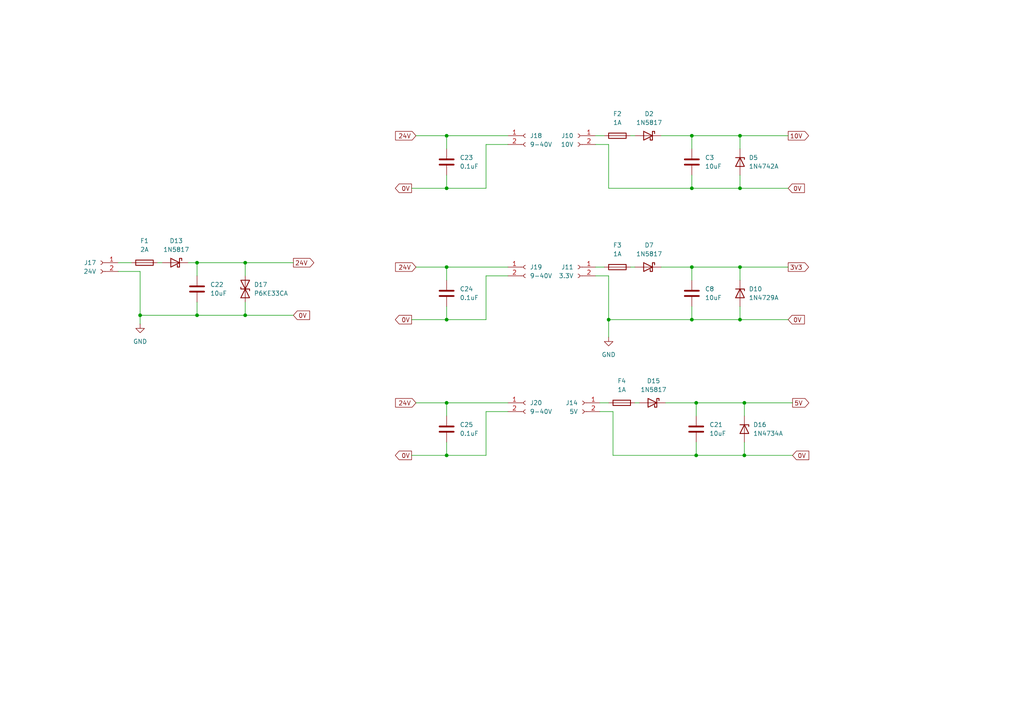
<source format=kicad_sch>
(kicad_sch (version 20231120) (generator "eeschema") (generator_version "8.0")
  (paper "A4")
  (lib_symbols
    (symbol "Connector:Conn_01x02_Socket" (pin_names (offset 1.016) hide)
      (property "Reference" "J" (at 0 2.54 0))
      (property "Value" "Conn_01x02_Socket" (at 0 -5.08 0))
      (symbol "Conn_01x02_Socket_1_1"
        (arc (start 0 -2.032) (mid -0.5058 -2.54) (end 0 -3.048) (stroke (width 0.1524)))
        (polyline (pts (xy -1.27 -2.54) (xy -0.508 -2.54)) (stroke (width 0.1524)))
        (polyline (pts (xy -1.27 0) (xy -0.508 0)) (stroke (width 0.1524)))
        (arc (start 0 0.508) (mid -0.5058 0) (end 0 -0.508) (stroke (width 0.1524)))
        (pin passive line (at -5.08 0 0) (length 3.81) (name "Pin_1") (number "1"))
        (pin passive line (at -5.08 -2.54 0) (length 3.81) (name "Pin_2") (number "2"))
      )
    )
    (symbol "Device:C" (pin_numbers hide) (pin_names (offset 0.254))
      (property "Reference" "C" (at 0.635 2.54 0))
      (property "Value" "C" (at 0.635 -2.54 0))
      (symbol "C_0_1"
        (polyline (pts (xy -2.032 -0.762) (xy 2.032 -0.762)) (stroke (width 0.508)))
        (polyline (pts (xy -2.032 0.762) (xy 2.032 0.762)) (stroke (width 0.508)))
      )
      (symbol "C_1_1"
        (pin passive line (at 0 3.81 270) (length 2.794) (name "~") (number "1"))
        (pin passive line (at 0 -3.81 90) (length 2.794) (name "~") (number "2"))
      )
    )
    (symbol "Device:D_TVS" (pin_numbers hide) (pin_names (offset 1.016) hide)
      (property "Reference" "D" (at 0 2.54 0))
      (property "Value" "D_TVS" (at 0 -2.54 0))
      (symbol "D_TVS_0_1"
        (polyline (pts (xy 1.27 0) (xy -1.27 0)))
        (polyline (pts (xy 0.508 1.27) (xy 0 1.27) (xy 0 -1.27) (xy -0.508 -1.27)) (stroke (width 0.254)))
        (polyline (pts (xy -2.54 1.27) (xy -2.54 -1.27) (xy 2.54 1.27) (xy 2.54 -1.27) (xy -2.54 1.27)) (stroke (width 0.254)))
      )
      (symbol "D_TVS_1_1"
        (pin passive line (at -3.81 0 0) (length 2.54) (name "A1") (number "1"))
        (pin passive line (at 3.81 0 180) (length 2.54) (name "A2") (number "2"))
      )
    )
    (symbol "Device:Fuse" (pin_numbers hide) (pin_names (offset 0))
      (property "Reference" "F" (at 2.032 0 90))
      (property "Value" "Fuse" (at -1.905 0 90))
      (symbol "Fuse_0_1"
        (rectangle (start -0.762 -2.54) (end 0.762 2.54) (stroke (width 0.254)))
        (polyline (pts (xy 0 2.54) (xy 0 -2.54)))
      )
      (symbol "Fuse_1_1"
        (pin passive line (at 0 3.81 270) (length 1.27) (name "~") (number "1"))
        (pin passive line (at 0 -3.81 90) (length 1.27) (name "~") (number "2"))
      )
    )
    (symbol "Diode:1N47xxA" (pin_numbers hide) (pin_names hide)
      (property "Reference" "D" (at 0 2.54 0))
      (property "Value" "1N47xxA" (at 0 -2.54 0))
      (symbol "1N47xxA_0_1"
        (polyline (pts (xy 1.27 0) (xy -1.27 0)))
        (polyline (pts (xy -1.27 -1.27) (xy -1.27 1.27) (xy -0.762 1.27)) (stroke (width 0.254)))
        (polyline (pts (xy 1.27 -1.27) (xy 1.27 1.27) (xy -1.27 0) (xy 1.27 -1.27)) (stroke (width 0.254)))
      )
      (symbol "1N47xxA_1_1"
        (pin passive line (at -3.81 0 0) (length 2.54) (name "K") (number "1"))
        (pin passive line (at 3.81 0 180) (length 2.54) (name "A") (number "2"))
      )
    )
    (symbol "Diode:1N5817" (pin_numbers hide) (pin_names (offset 1.016) hide)
      (property "Reference" "D" (at 0 2.54 0))
      (property "Value" "1N5817" (at 0 -2.54 0))
      (symbol "1N5817_0_1"
        (polyline (pts (xy 1.27 0) (xy -1.27 0)))
        (polyline (pts (xy 1.27 1.27) (xy 1.27 -1.27) (xy -1.27 0) (xy 1.27 1.27)) (stroke (width 0.254)))
        (polyline (pts (xy -1.905 0.635) (xy -1.905 1.27) (xy -1.27 1.27) (xy -1.27 -1.27) (xy -0.635 -1.27) (xy -0.635 -0.635)) (stroke (width 0.254)))
      )
      (symbol "1N5817_1_1"
        (pin passive line (at -3.81 0 0) (length 2.54) (name "K") (number "1"))
        (pin passive line (at 3.81 0 180) (length 2.54) (name "A") (number "2"))
      )
    )
    (symbol "power:GND" (power) (pin_numbers hide) (pin_names (offset 0) hide)
      (property "Value" "GND" (at 0 -3.81 0))
      (symbol "GND_0_1"
        (polyline (pts (xy 0 0) (xy 0 -1.27) (xy 1.27 -1.27) (xy 0 -2.54) (xy -1.27 -1.27) (xy 0 -1.27)))
      )
      (symbol "GND_1_1"
        (pin power_in line (at 0 0 270) (length 0) (name "~") (number "1"))
      )
    )
  )
  (junction (at 129.54 77.47))
  (junction (at 176.53 92.71))
  (junction (at 57.15 91.44))
  (junction (at 40.64 91.44))
  (junction (at 129.54 54.61))
  (junction (at 129.54 116.84))
  (junction (at 201.93 132.08))
  (junction (at 215.9 132.08))
  (junction (at 200.66 77.47))
  (junction (at 71.12 76.2))
  (junction (at 129.54 132.08))
  (junction (at 214.63 92.71))
  (junction (at 201.93 116.84))
  (junction (at 71.12 91.44))
  (junction (at 57.15 76.2))
  (junction (at 214.63 77.47))
  (junction (at 200.66 39.37))
  (junction (at 215.9 116.84))
  (junction (at 200.66 92.71))
  (junction (at 129.54 92.71))
  (junction (at 214.63 39.37))
  (junction (at 129.54 39.37))
  (junction (at 200.66 54.61))
  (junction (at 214.63 54.61))
  (wire (pts (xy 140.97 80.01) (xy 147.32 80.01)))
  (wire (pts (xy 200.66 39.37) (xy 214.63 39.37)))
  (wire (pts (xy 120.65 116.84) (xy 129.54 116.84)))
  (wire (pts (xy 119.38 92.71) (xy 129.54 92.71)))
  (wire (pts (xy 200.66 88.9) (xy 200.66 92.71)))
  (wire (pts (xy 201.93 132.08) (xy 215.9 132.08)))
  (wire (pts (xy 129.54 81.28) (xy 129.54 77.47)))
  (wire (pts (xy 200.66 43.18) (xy 200.66 39.37)))
  (wire (pts (xy 184.15 116.84) (xy 185.42 116.84)))
  (wire (pts (xy 129.54 120.65) (xy 129.54 116.84)))
  (wire (pts (xy 129.54 132.08) (xy 140.97 132.08)))
  (wire (pts (xy 176.53 80.01) (xy 176.53 92.71)))
  (wire (pts (xy 191.77 77.47) (xy 200.66 77.47)))
  (wire (pts (xy 129.54 77.47) (xy 147.32 77.47)))
  (wire (pts (xy 215.9 132.08) (xy 229.87 132.08)))
  (wire (pts (xy 214.63 92.71) (xy 228.6 92.71)))
  (wire (pts (xy 40.64 91.44) (xy 57.15 91.44)))
  (wire (pts (xy 176.53 92.71) (xy 200.66 92.71)))
  (wire (pts (xy 172.72 77.47) (xy 175.26 77.47)))
  (wire (pts (xy 71.12 76.2) (xy 85.09 76.2)))
  (wire (pts (xy 201.93 128.27) (xy 201.93 132.08)))
  (wire (pts (xy 176.53 41.91) (xy 172.72 41.91)))
  (wire (pts (xy 40.64 91.44) (xy 40.64 93.98)))
  (wire (pts (xy 176.53 80.01) (xy 172.72 80.01)))
  (wire (pts (xy 177.8 132.08) (xy 201.93 132.08)))
  (wire (pts (xy 176.53 92.71) (xy 176.53 97.79)))
  (wire (pts (xy 140.97 41.91) (xy 147.32 41.91)))
  (wire (pts (xy 214.63 77.47) (xy 214.63 81.28)))
  (wire (pts (xy 173.99 116.84) (xy 176.53 116.84)))
  (wire (pts (xy 40.64 78.74) (xy 40.64 91.44)))
  (wire (pts (xy 182.88 39.37) (xy 184.15 39.37)))
  (wire (pts (xy 129.54 92.71) (xy 140.97 92.71)))
  (wire (pts (xy 140.97 92.71) (xy 140.97 80.01)))
  (wire (pts (xy 71.12 91.44) (xy 85.09 91.44)))
  (wire (pts (xy 120.65 77.47) (xy 129.54 77.47)))
  (wire (pts (xy 214.63 54.61) (xy 214.63 50.8)))
  (wire (pts (xy 176.53 41.91) (xy 176.53 54.61)))
  (wire (pts (xy 200.66 92.71) (xy 214.63 92.71)))
  (wire (pts (xy 200.66 54.61) (xy 214.63 54.61)))
  (wire (pts (xy 71.12 76.2) (xy 71.12 80.01)))
  (wire (pts (xy 34.29 76.2) (xy 38.1 76.2)))
  (wire (pts (xy 176.53 54.61) (xy 200.66 54.61)))
  (wire (pts (xy 129.54 128.27) (xy 129.54 132.08)))
  (wire (pts (xy 140.97 54.61) (xy 140.97 41.91)))
  (wire (pts (xy 200.66 50.8) (xy 200.66 54.61)))
  (wire (pts (xy 140.97 132.08) (xy 140.97 119.38)))
  (wire (pts (xy 54.61 76.2) (xy 57.15 76.2)))
  (wire (pts (xy 129.54 54.61) (xy 140.97 54.61)))
  (wire (pts (xy 34.29 78.74) (xy 40.64 78.74)))
  (wire (pts (xy 214.63 92.71) (xy 214.63 88.9)))
  (wire (pts (xy 140.97 119.38) (xy 147.32 119.38)))
  (wire (pts (xy 215.9 116.84) (xy 229.87 116.84)))
  (wire (pts (xy 200.66 81.28) (xy 200.66 77.47)))
  (wire (pts (xy 200.66 77.47) (xy 214.63 77.47)))
  (wire (pts (xy 191.77 39.37) (xy 200.66 39.37)))
  (wire (pts (xy 177.8 119.38) (xy 173.99 119.38)))
  (wire (pts (xy 129.54 50.8) (xy 129.54 54.61)))
  (wire (pts (xy 172.72 39.37) (xy 175.26 39.37)))
  (wire (pts (xy 215.9 132.08) (xy 215.9 128.27)))
  (wire (pts (xy 182.88 77.47) (xy 184.15 77.47)))
  (wire (pts (xy 214.63 77.47) (xy 228.6 77.47)))
  (wire (pts (xy 57.15 76.2) (xy 71.12 76.2)))
  (wire (pts (xy 119.38 54.61) (xy 129.54 54.61)))
  (wire (pts (xy 129.54 43.18) (xy 129.54 39.37)))
  (wire (pts (xy 177.8 119.38) (xy 177.8 132.08)))
  (wire (pts (xy 201.93 116.84) (xy 215.9 116.84)))
  (wire (pts (xy 129.54 116.84) (xy 147.32 116.84)))
  (wire (pts (xy 119.38 132.08) (xy 129.54 132.08)))
  (wire (pts (xy 214.63 39.37) (xy 214.63 43.18)))
  (wire (pts (xy 57.15 91.44) (xy 71.12 91.44)))
  (wire (pts (xy 214.63 54.61) (xy 228.6 54.61)))
  (wire (pts (xy 120.65 39.37) (xy 129.54 39.37)))
  (wire (pts (xy 57.15 80.01) (xy 57.15 76.2)))
  (wire (pts (xy 201.93 120.65) (xy 201.93 116.84)))
  (wire (pts (xy 71.12 91.44) (xy 71.12 87.63)))
  (wire (pts (xy 45.72 76.2) (xy 46.99 76.2)))
  (wire (pts (xy 215.9 116.84) (xy 215.9 120.65)))
  (wire (pts (xy 214.63 39.37) (xy 228.6 39.37)))
  (wire (pts (xy 57.15 87.63) (xy 57.15 91.44)))
  (wire (pts (xy 129.54 88.9) (xy 129.54 92.71)))
  (wire (pts (xy 193.04 116.84) (xy 201.93 116.84)))
  (wire (pts (xy 129.54 39.37) (xy 147.32 39.37)))
  (global_label "24V" (shape input) (at 120.65 77.47 180) (property "Intersheetrefs" "${INTERSHEET_REFS}" (effects (hide yes))))
  (global_label "24V" (shape input) (at 120.65 116.84 180) (property "Intersheetrefs" "${INTERSHEET_REFS}" (effects (hide yes))))
  (global_label "24V" (shape output) (at 85.09 76.2 0) (property "Intersheetrefs" "${INTERSHEET_REFS}" (effects (hide yes))))
  (global_label "24V" (shape input) (at 120.65 39.37 180) (property "Intersheetrefs" "${INTERSHEET_REFS}" (effects (hide yes))))
  (global_label "3V3" (shape output) (at 228.6 77.47 0) (property "Intersheetrefs" "${INTERSHEET_REFS}" (effects (hide yes))))
  (global_label "0V" (shape output) (at 119.38 54.61 180) (property "Intersheetrefs" "${INTERSHEET_REFS}" (effects (hide yes))))
  (global_label "0V" (shape input) (at 228.6 54.61 0) (property "Intersheetrefs" "${INTERSHEET_REFS}" (effects (hide yes))))
  (global_label "0V" (shape input) (at 228.6 92.71 0) (property "Intersheetrefs" "${INTERSHEET_REFS}" (effects (hide yes))))
  (global_label "5V" (shape output) (at 229.87 116.84 0) (property "Intersheetrefs" "${INTERSHEET_REFS}" (effects (hide yes))))
  (global_label "10V" (shape output) (at 228.6 39.37 0) (property "Intersheetrefs" "${INTERSHEET_REFS}" (effects (hide yes))))
  (global_label "0V" (shape output) (at 119.38 132.08 180) (property "Intersheetrefs" "${INTERSHEET_REFS}" (effects (hide yes))))
  (global_label "0V" (shape output) (at 119.38 92.71 180) (property "Intersheetrefs" "${INTERSHEET_REFS}" (effects (hide yes))))
  (global_label "0V" (shape input) (at 229.87 132.08 0) (property "Intersheetrefs" "${INTERSHEET_REFS}" (effects (hide yes))))
  (global_label "0V" (shape input) (at 85.09 91.44 0) (property "Intersheetrefs" "${INTERSHEET_REFS}" (effects (hide yes))))
  (symbol (lib_id "Diode:1N5817") (at 187.96 77.47 0) (mirror y) (unit 1)
    (property "Reference" "D7" (at 188.2775 71.12 0))
    (property "Value" "1N5817" (at 188.2775 73.66 0))
    (property "Footprint" "Diode_THT:D_DO-41_SOD81_P10.16mm_Horizontal" (effects (hide yes)))
    (property "Datasheet" "http://www.vishay.com/docs/88525/1n5817.pdf" (effects (hide yes)))
    (property "Description" "20V 1A Schottky Barrier Rectifier Diode, DO-41" (effects (hide yes)))
  )
  (symbol (lib_id "power:GND") (at 40.64 93.98 0) (unit 1)
    (property "Reference" "#PWR02" (effects (hide yes)))
    (property "Value" "GND" (at 40.64 99.06 0))
    (property "Description" "Power symbol creates a global label with name \"GND\" , ground" (effects (hide yes)))
  )
  (symbol (lib_id "Diode:1N5817") (at 189.23 116.84 0) (mirror y) (unit 1)
    (property "Reference" "D15" (at 189.5475 110.49 0))
    (property "Value" "1N5817" (at 189.5475 113.03 0))
    (property "Footprint" "Diode_THT:D_DO-41_SOD81_P10.16mm_Horizontal" (effects (hide yes)))
    (property "Datasheet" "http://www.vishay.com/docs/88525/1n5817.pdf" (effects (hide yes)))
    (property "Description" "20V 1A Schottky Barrier Rectifier Diode, DO-41" (effects (hide yes)))
  )
  (symbol (lib_id "Diode:1N5817") (at 50.8 76.2 0) (mirror y) (unit 1)
    (property "Reference" "D13" (at 51.1175 69.85 0))
    (property "Value" "1N5817" (at 51.1175 72.39 0))
    (property "Footprint" "Diode_THT:D_DO-41_SOD81_P10.16mm_Horizontal" (effects (hide yes)))
    (property "Datasheet" "http://www.vishay.com/docs/88525/1n5817.pdf" (effects (hide yes)))
    (property "Description" "20V 1A Schottky Barrier Rectifier Diode, DO-41" (effects (hide yes)))
  )
  (symbol (lib_id "Device:C") (at 201.93 124.46 0) (unit 1)
    (property "Reference" "C21" (at 205.74 123.1899 0) (effects (justify left)))
    (property "Value" "10uF" (at 205.74 125.7299 0) (effects (justify left)))
    (property "Description" "Unpolarized capacitor" (effects (hide yes)))
  )
  (symbol (lib_id "Connector:Conn_01x02_Socket") (at 29.21 76.2 0) (mirror y) (unit 1)
    (property "Reference" "J17" (at 27.94 76.1999 0) (effects (justify left)))
    (property "Value" "24V" (at 27.94 78.7399 0) (effects (justify left)))
    (property "Description" "Generic connector, single row, 01x02, script generated" (effects (hide yes)))
  )
  (symbol (lib_id "power:GND") (at 176.53 97.79 0) (unit 1)
    (property "Reference" "#PWR01" (effects (hide yes)))
    (property "Value" "GND" (at 176.53 102.87 0))
    (property "Description" "Power symbol creates a global label with name \"GND\" , ground" (effects (hide yes)))
  )
  (symbol (lib_id "Device:Fuse") (at 179.07 77.47 270) (unit 1)
    (property "Reference" "F3" (at 179.07 71.12 90))
    (property "Value" "1A" (at 179.07 73.66 90))
    (property "Description" "Fuse" (effects (hide yes)))
  )
  (symbol (lib_id "Device:C") (at 200.66 85.09 0) (unit 1)
    (property "Reference" "C8" (at 204.47 83.8199 0) (effects (justify left)))
    (property "Value" "10uF" (at 204.47 86.3599 0) (effects (justify left)))
    (property "Description" "Unpolarized capacitor" (effects (hide yes)))
  )
  (symbol (lib_id "Device:Fuse") (at 180.34 116.84 270) (unit 1)
    (property "Reference" "F4" (at 180.34 110.49 90))
    (property "Value" "1A" (at 180.34 113.03 90))
    (property "Description" "Fuse" (effects (hide yes)))
  )
  (symbol (lib_id "Connector:Conn_01x02_Socket") (at 152.4 116.84 0) (unit 1)
    (property "Reference" "J20" (at 153.67 116.8399 0) (effects (justify left)))
    (property "Value" "9-40V" (at 153.67 119.3799 0) (effects (justify left)))
    (property "Description" "Generic connector, single row, 01x02, script generated" (effects (hide yes)))
  )
  (symbol (lib_id "Connector:Conn_01x02_Socket") (at 167.64 39.37 0) (mirror y) (unit 1)
    (property "Reference" "J10" (at 166.37 39.3699 0) (effects (justify left)))
    (property "Value" "10V" (at 166.37 41.9099 0) (effects (justify left)))
    (property "Description" "Generic connector, single row, 01x02, script generated" (effects (hide yes)))
  )
  (symbol (lib_id "Diode:1N47xxA") (at 214.63 85.09 270) (unit 1)
    (property "Reference" "D10" (at 217.17 83.8199 90) (effects (justify left)))
    (property "Value" "1N4729A" (at 217.17 86.3599 90) (effects (justify left)))
    (property "Footprint" "Diode_THT:D_DO-41_SOD81_P10.16mm_Horizontal" (effects (hide yes)))
    (property "Datasheet" "https://www.vishay.com/docs/85816/1n4728a.pdf" (effects (hide yes)))
    (property "Description" "1300mW Silicon planar power Zener diodes, DO-41" (effects (hide yes)))
  )
  (symbol (lib_id "Device:C") (at 129.54 85.09 0) (unit 1)
    (property "Reference" "C24" (at 133.35 83.8199 0) (effects (justify left)))
    (property "Value" "0.1uF" (at 133.35 86.3599 0) (effects (justify left)))
    (property "Description" "Unpolarized capacitor" (effects (hide yes)))
  )
  (symbol (lib_id "Device:C") (at 129.54 124.46 0) (unit 1)
    (property "Reference" "C25" (at 133.35 123.1899 0) (effects (justify left)))
    (property "Value" "0.1uF" (at 133.35 125.7299 0) (effects (justify left)))
    (property "Description" "Unpolarized capacitor" (effects (hide yes)))
  )
  (symbol (lib_id "Connector:Conn_01x02_Socket") (at 167.64 77.47 0) (mirror y) (unit 1)
    (property "Reference" "J11" (at 166.37 77.4699 0) (effects (justify left)))
    (property "Value" "3.3V" (at 166.37 80.0099 0) (effects (justify left)))
    (property "Description" "Generic connector, single row, 01x02, script generated" (effects (hide yes)))
  )
  (symbol (lib_id "Device:Fuse") (at 179.07 39.37 270) (unit 1)
    (property "Reference" "F2" (at 179.07 33.02 90))
    (property "Value" "1A" (at 179.07 35.56 90))
    (property "Description" "Fuse" (effects (hide yes)))
  )
  (symbol (lib_id "Device:Fuse") (at 41.91 76.2 270) (unit 1)
    (property "Reference" "F1" (at 41.91 69.85 90))
    (property "Value" "2A" (at 41.91 72.39 90))
    (property "Description" "Fuse" (effects (hide yes)))
  )
  (symbol (lib_id "Device:C") (at 200.66 46.99 0) (unit 1)
    (property "Reference" "C3" (at 204.47 45.7199 0) (effects (justify left)))
    (property "Value" "10uF" (at 204.47 48.2599 0) (effects (justify left)))
    (property "Description" "Unpolarized capacitor" (effects (hide yes)))
  )
  (symbol (lib_id "Connector:Conn_01x02_Socket") (at 152.4 39.37 0) (unit 1)
    (property "Reference" "J18" (at 153.67 39.3699 0) (effects (justify left)))
    (property "Value" "9-40V" (at 153.67 41.9099 0) (effects (justify left)))
    (property "Description" "Generic connector, single row, 01x02, script generated" (effects (hide yes)))
  )
  (symbol (lib_id "Connector:Conn_01x02_Socket") (at 168.91 116.84 0) (mirror y) (unit 1)
    (property "Reference" "J14" (at 167.64 116.8399 0) (effects (justify left)))
    (property "Value" "5V" (at 167.64 119.3799 0) (effects (justify left)))
    (property "Description" "Generic connector, single row, 01x02, script generated" (effects (hide yes)))
  )
  (symbol (lib_id "Diode:1N47xxA") (at 215.9 124.46 270) (unit 1)
    (property "Reference" "D16" (at 218.44 123.1899 90) (effects (justify left)))
    (property "Value" "1N4734A" (at 218.44 125.7299 90) (effects (justify left)))
    (property "Footprint" "Diode_THT:D_DO-41_SOD81_P10.16mm_Horizontal" (effects (hide yes)))
    (property "Datasheet" "https://www.vishay.com/docs/85816/1n4728a.pdf" (effects (hide yes)))
    (property "Description" "1300mW Silicon planar power Zener diodes, DO-41" (effects (hide yes)))
  )
  (symbol (lib_id "Diode:1N5817") (at 187.96 39.37 0) (mirror y) (unit 1)
    (property "Reference" "D2" (at 188.2775 33.02 0))
    (property "Value" "1N5817" (at 188.2775 35.56 0))
    (property "Footprint" "Diode_THT:D_DO-41_SOD81_P10.16mm_Horizontal" (effects (hide yes)))
    (property "Datasheet" "http://www.vishay.com/docs/88525/1n5817.pdf" (effects (hide yes)))
    (property "Description" "20V 1A Schottky Barrier Rectifier Diode, DO-41" (effects (hide yes)))
  )
  (symbol (lib_id "Device:D_TVS") (at 71.12 83.82 90) (unit 1)
    (property "Reference" "D17" (at 73.66 82.5499 90) (effects (justify right)))
    (property "Value" "P6KE33CA" (at 73.66 85.0899 90) (effects (justify right)))
    (property "Description" "Bidirectional transient-voltage-suppression diode" (effects (hide yes)))
  )
  (symbol (lib_id "Connector:Conn_01x02_Socket") (at 152.4 77.47 0) (unit 1)
    (property "Reference" "J19" (at 153.67 77.4699 0) (effects (justify left)))
    (property "Value" "9-40V" (at 153.67 80.0099 0) (effects (justify left)))
    (property "Description" "Generic connector, single row, 01x02, script generated" (effects (hide yes)))
  )
  (symbol (lib_id "Device:C") (at 129.54 46.99 0) (unit 1)
    (property "Reference" "C23" (at 133.35 45.7199 0) (effects (justify left)))
    (property "Value" "0.1uF" (at 133.35 48.2599 0) (effects (justify left)))
    (property "Description" "Unpolarized capacitor" (effects (hide yes)))
  )
  (symbol (lib_id "Device:C") (at 57.15 83.82 0) (unit 1)
    (property "Reference" "C22" (at 60.96 82.5499 0) (effects (justify left)))
    (property "Value" "10uF" (at 60.96 85.0899 0) (effects (justify left)))
    (property "Description" "Unpolarized capacitor" (effects (hide yes)))
  )
  (symbol (lib_id "Diode:1N47xxA") (at 214.63 46.99 270) (unit 1)
    (property "Reference" "D5" (at 217.17 45.7199 90) (effects (justify left)))
    (property "Value" "1N4742A" (at 217.17 48.2599 90) (effects (justify left)))
    (property "Footprint" "Diode_THT:D_DO-41_SOD81_P10.16mm_Horizontal" (effects (hide yes)))
    (property "Datasheet" "https://www.vishay.com/docs/85816/1n4728a.pdf" (effects (hide yes)))
    (property "Description" "1300mW Silicon planar power Zener diodes, DO-41" (effects (hide yes)))
  )
)
</source>
